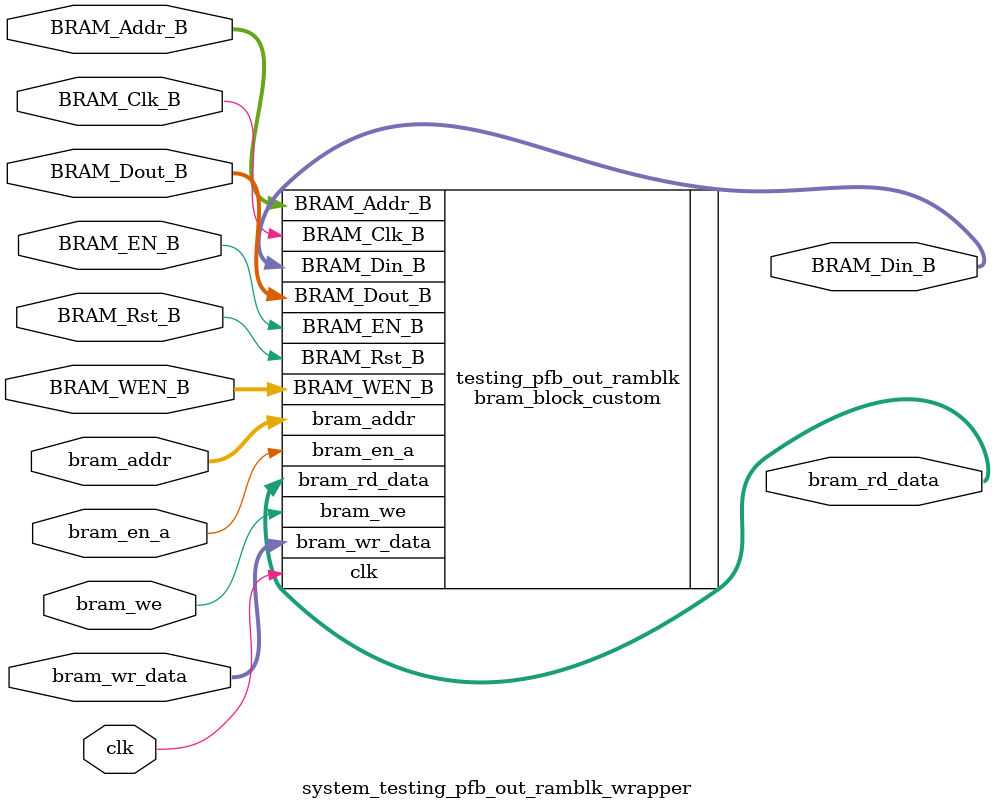
<source format=v>

module system_testing_pfb_out_ramblk_wrapper
  (
    clk,
    bram_we,
    bram_en_a,
    bram_addr,
    bram_rd_data,
    bram_wr_data,
    BRAM_Rst_B,
    BRAM_Clk_B,
    BRAM_EN_B,
    BRAM_WEN_B,
    BRAM_Addr_B,
    BRAM_Din_B,
    BRAM_Dout_B
  );
  input clk;
  input bram_we;
  input bram_en_a;
  input [9:0] bram_addr;
  output [63:0] bram_rd_data;
  input [63:0] bram_wr_data;
  input BRAM_Rst_B;
  input BRAM_Clk_B;
  input BRAM_EN_B;
  input [0:3] BRAM_WEN_B;
  input [0:31] BRAM_Addr_B;
  output [0:31] BRAM_Din_B;
  input [0:31] BRAM_Dout_B;

  bram_block_custom
    #(
      .C_PORTA_DWIDTH ( 64 ),
      .C_PORTA_AWIDTH ( 32 ),
      .C_PORTA_NUM_WE ( 8 ),
      .C_PORTA_DEPTH ( 10 ),
      .OPTIMIZATION ( "Minimum_Area" ),
      .REG_CORE_OUTPUT ( "false" ),
      .REG_PRIM_OUTPUT ( "false" ),
      .C_PORTB_DWIDTH ( 32 ),
      .C_PORTB_AWIDTH ( 32 ),
      .C_PORTB_NUM_WE ( 4 ),
      .C_PORTB_DEPTH ( 11 )
    )
    testing_pfb_out_ramblk (
      .clk ( clk ),
      .bram_we ( bram_we ),
      .bram_en_a ( bram_en_a ),
      .bram_addr ( bram_addr ),
      .bram_rd_data ( bram_rd_data ),
      .bram_wr_data ( bram_wr_data ),
      .BRAM_Rst_B ( BRAM_Rst_B ),
      .BRAM_Clk_B ( BRAM_Clk_B ),
      .BRAM_EN_B ( BRAM_EN_B ),
      .BRAM_WEN_B ( BRAM_WEN_B ),
      .BRAM_Addr_B ( BRAM_Addr_B ),
      .BRAM_Din_B ( BRAM_Din_B ),
      .BRAM_Dout_B ( BRAM_Dout_B )
    );

endmodule


</source>
